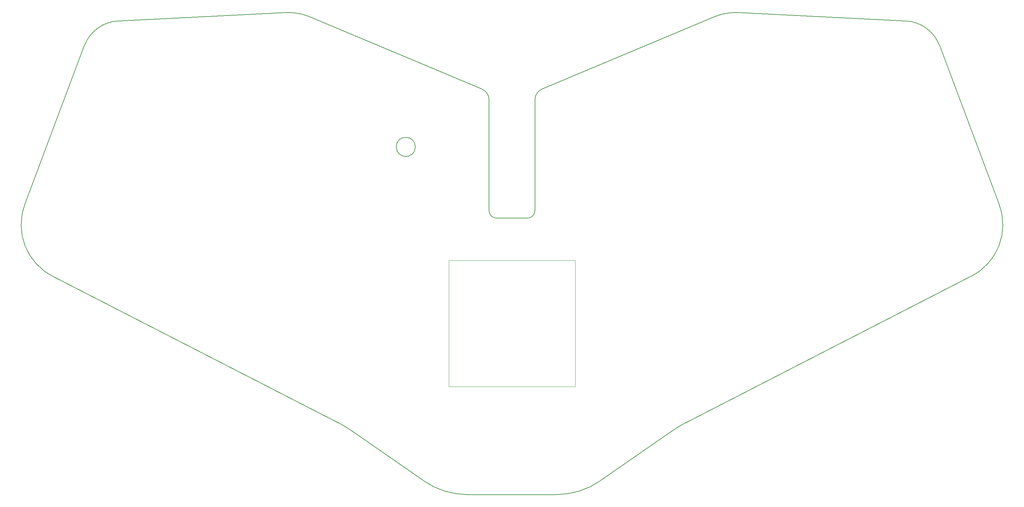
<source format=gbr>
%TF.GenerationSoftware,KiCad,Pcbnew,9.0.0*%
%TF.CreationDate,2025-08-07T18:41:01+03:00*%
%TF.ProjectId,keyatura,6b657961-7475-4726-912e-6b696361645f,rev?*%
%TF.SameCoordinates,Original*%
%TF.FileFunction,Profile,NP*%
%FSLAX46Y46*%
G04 Gerber Fmt 4.6, Leading zero omitted, Abs format (unit mm)*
G04 Created by KiCad (PCBNEW 9.0.0) date 2025-08-07 18:41:01*
%MOMM*%
%LPD*%
G01*
G04 APERTURE LIST*
%TA.AperFunction,Profile*%
%ADD10C,0.200000*%
%TD*%
%TA.AperFunction,Profile*%
%ADD11C,0.050000*%
%TD*%
G04 APERTURE END LIST*
D10*
X111776523Y-136532300D02*
X131395626Y-150180021D01*
X42738624Y-36305447D02*
X27160082Y-77972150D01*
X150460591Y-81437497D02*
G75*
G02*
X148460441Y-79450964I0J2000197D01*
G01*
X197144339Y-136532315D02*
G75*
G02*
X198849978Y-135506652I8565752J-12313485D01*
G01*
X257321324Y-29820290D02*
G75*
G02*
X266182239Y-36305423I-505803J-9987190D01*
G01*
X110070944Y-135506674D02*
G75*
G02*
X111776523Y-136532300I-6860253J-13339326D01*
G01*
X142816691Y-153761778D02*
X152479468Y-153761778D01*
X34350000Y-96564606D02*
X110070944Y-135506674D01*
X129208791Y-62790000D02*
G75*
G02*
X124208791Y-62790000I-2500000J0D01*
G01*
X124208791Y-62790000D02*
G75*
G02*
X129208791Y-62790000I2500000J0D01*
G01*
X148460441Y-76437497D02*
X148460441Y-50430900D01*
X146622720Y-47665173D02*
X101662060Y-28769940D01*
X95091771Y-27617580D02*
X51599544Y-29820291D01*
X146622720Y-47665173D02*
G75*
G02*
X148460433Y-50430900I-1162329J-2765727D01*
G01*
X95091771Y-27617580D02*
G75*
G02*
X101662060Y-28769941I758720J-14980820D01*
G01*
X42738624Y-36305447D02*
G75*
G02*
X51599547Y-29820356I9366667J-3502053D01*
G01*
X34350000Y-96564606D02*
G75*
G02*
X27160140Y-77972172I6860191J13339306D01*
G01*
X142816691Y-153761778D02*
G75*
G02*
X131395630Y-150180015I0J19999878D01*
G01*
X160460441Y-76437497D02*
X160460441Y-50430900D01*
X160460441Y-50430900D02*
G75*
G02*
X162304136Y-47662662I3000050J0D01*
G01*
X162304136Y-47662662D02*
X207258822Y-28769940D01*
X207258822Y-28769940D02*
G75*
G02*
X213829111Y-27617579I5811569J-13828460D01*
G01*
X213829111Y-27617580D02*
X257321324Y-29820290D01*
X266182248Y-36305420D02*
X281760822Y-77972209D01*
X281760822Y-77972209D02*
G75*
G02*
X274552737Y-96573937I-14050031J-5253091D01*
G01*
X274552737Y-96573937D02*
X198849979Y-135506653D01*
X197144339Y-136532315D02*
X177525311Y-150179983D01*
X177525311Y-150179983D02*
G75*
G02*
X166104165Y-153761750I-11421120J16418283D01*
G01*
X166104165Y-153761778D02*
X156441414Y-153761778D01*
X152479468Y-153761778D02*
X156441414Y-153761778D01*
X148460441Y-76437497D02*
X148460441Y-79450964D01*
X150460591Y-81437497D02*
X154460441Y-81437497D01*
X158460441Y-81437497D02*
X154460441Y-81437497D01*
X160460441Y-79437500D02*
G75*
G02*
X158460441Y-81437450I-1999950J0D01*
G01*
X160460441Y-76437497D02*
X160460441Y-79437500D01*
X148460433Y-50430900D02*
X148460441Y-50430900D01*
X266182242Y-36305422D02*
X266182248Y-36305420D01*
D11*
X137950000Y-92500000D02*
X170950000Y-92500000D01*
X170950000Y-125500000D01*
X137950000Y-125500000D01*
X137950000Y-92500000D01*
M02*

</source>
